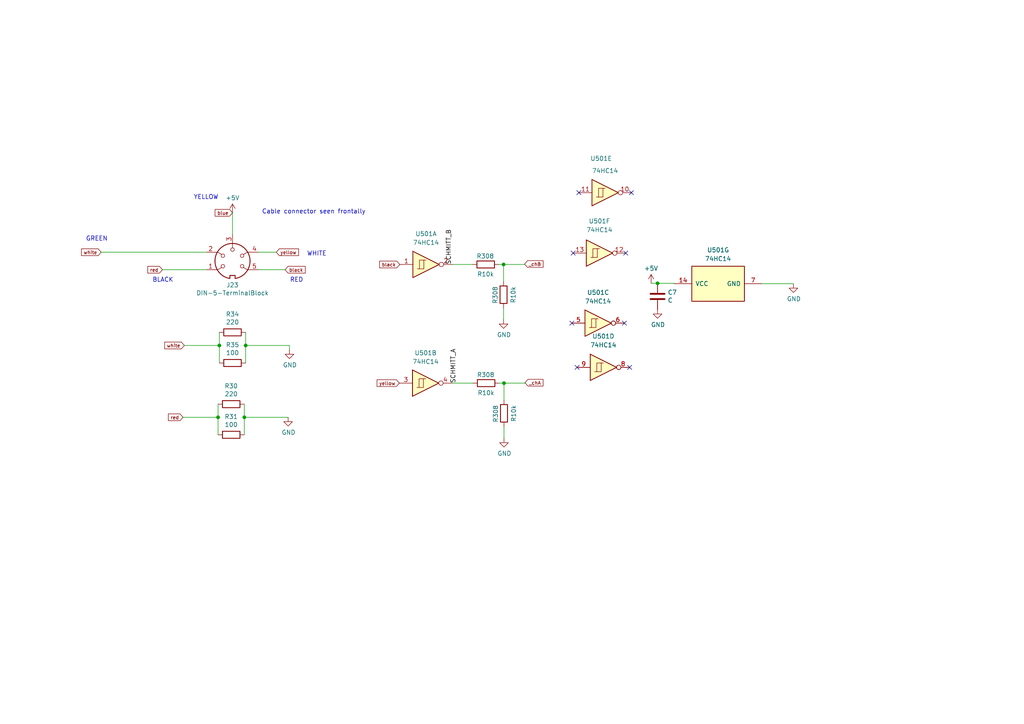
<source format=kicad_sch>
(kicad_sch (version 20230121) (generator eeschema)
  (paper "A4")
  (lib_symbols
    (symbol "74xx:74HC14" (pin_names (offset 1.016))
      (property "Reference" "U" (at 0 1.27 0))
      (property "Value" "74HC14" (at 0 -1.27 0))
      (symbol "74HC14_1_0"
        (polyline (pts (xy -3.81 3.81) (xy -3.81 -3.81) (xy 3.81 0) (xy -3.81 3.81)) (stroke (width 0.254)) (fill (type background)))
        (pin input line (at -7.62 0 0) (length 3.81) (name "~") (number "1"))
        (pin output inverted (at 7.62 0 180) (length 3.81) (name "~") (number "2"))
      )
      (symbol "74HC14_1_1"
        (polyline (pts (xy -1.905 -1.27) (xy -1.905 1.27) (xy -0.635 1.27)))
        (polyline (pts (xy -2.54 -1.27) (xy -0.635 -1.27) (xy -0.635 1.27) (xy 0 1.27)))
      )
      (symbol "74HC14_2_0"
        (polyline (pts (xy -3.81 3.81) (xy -3.81 -3.81) (xy 3.81 0) (xy -3.81 3.81)) (stroke (width 0.254)) (fill (type background)))
        (pin input line (at -7.62 0 0) (length 3.81) (name "~") (number "3"))
        (pin output inverted (at 7.62 0 180) (length 3.81) (name "~") (number "4"))
      )
      (symbol "74HC14_2_1"
        (polyline (pts (xy -1.905 -1.27) (xy -1.905 1.27) (xy -0.635 1.27)))
        (polyline (pts (xy -2.54 -1.27) (xy -0.635 -1.27) (xy -0.635 1.27) (xy 0 1.27)))
      )
      (symbol "74HC14_3_0"
        (polyline (pts (xy -3.81 3.81) (xy -3.81 -3.81) (xy 3.81 0) (xy -3.81 3.81)) (stroke (width 0.254)) (fill (type background)))
        (pin input line (at -7.62 0 0) (length 3.81) (name "~") (number "5"))
        (pin output inverted (at 7.62 0 180) (length 3.81) (name "~") (number "6"))
      )
      (symbol "74HC14_3_1"
        (polyline (pts (xy -1.905 -1.27) (xy -1.905 1.27) (xy -0.635 1.27)))
        (polyline (pts (xy -2.54 -1.27) (xy -0.635 -1.27) (xy -0.635 1.27) (xy 0 1.27)))
      )
      (symbol "74HC14_4_0"
        (polyline (pts (xy -3.81 3.81) (xy -3.81 -3.81) (xy 3.81 0) (xy -3.81 3.81)) (stroke (width 0.254)) (fill (type background)))
        (pin output inverted (at 7.62 0 180) (length 3.81) (name "~") (number "8"))
        (pin input line (at -7.62 0 0) (length 3.81) (name "~") (number "9"))
      )
      (symbol "74HC14_4_1"
        (polyline (pts (xy -1.905 -1.27) (xy -1.905 1.27) (xy -0.635 1.27)))
        (polyline (pts (xy -2.54 -1.27) (xy -0.635 -1.27) (xy -0.635 1.27) (xy 0 1.27)))
      )
      (symbol "74HC14_5_0"
        (polyline (pts (xy -3.81 3.81) (xy -3.81 -3.81) (xy 3.81 0) (xy -3.81 3.81)) (stroke (width 0.254)) (fill (type background)))
        (pin output inverted (at 7.62 0 180) (length 3.81) (name "~") (number "10"))
        (pin input line (at -7.62 0 0) (length 3.81) (name "~") (number "11"))
      )
      (symbol "74HC14_5_1"
        (polyline (pts (xy -1.905 -1.27) (xy -1.905 1.27) (xy -0.635 1.27)))
        (polyline (pts (xy -2.54 -1.27) (xy -0.635 -1.27) (xy -0.635 1.27) (xy 0 1.27)))
      )
      (symbol "74HC14_6_0"
        (polyline (pts (xy -3.81 3.81) (xy -3.81 -3.81) (xy 3.81 0) (xy -3.81 3.81)) (stroke (width 0.254)) (fill (type background)))
        (pin output inverted (at 7.62 0 180) (length 3.81) (name "~") (number "12"))
        (pin input line (at -7.62 0 0) (length 3.81) (name "~") (number "13"))
      )
      (symbol "74HC14_6_1"
        (polyline (pts (xy -1.905 -1.27) (xy -1.905 1.27) (xy -0.635 1.27)))
        (polyline (pts (xy -2.54 -1.27) (xy -0.635 -1.27) (xy -0.635 1.27) (xy 0 1.27)))
      )
      (symbol "74HC14_7_0"
        (pin power_in line (at 0 12.7 270) (length 5.08) (name "VCC") (number "14"))
        (pin power_in line (at 0 -12.7 90) (length 5.08) (name "GND") (number "7"))
      )
      (symbol "74HC14_7_1"
        (rectangle (start -5.08 7.62) (end 5.08 -7.62) (stroke (width 0.254)) (fill (type background)))
      )
    )
    (symbol "Device:C" (pin_numbers hide) (pin_names (offset 0.254))
      (property "Reference" "C" (at 0.635 2.54 0))
      (property "Value" "C" (at 0.635 -2.54 0))
      (symbol "C_0_1"
        (polyline (pts (xy -2.032 -0.762) (xy 2.032 -0.762)) (stroke (width 0.508)))
        (polyline (pts (xy -2.032 0.762) (xy 2.032 0.762)) (stroke (width 0.508)))
      )
      (symbol "C_1_1"
        (pin passive line (at 0 3.81 270) (length 2.794) (name "~") (number "1"))
        (pin passive line (at 0 -3.81 90) (length 2.794) (name "~") (number "2"))
      )
    )
    (symbol "Device:R" (pin_numbers hide) (pin_names (offset 0))
      (property "Reference" "R" (at 2.032 0 90))
      (property "Value" "R" (at 0 0 90))
      (symbol "R_0_1"
        (rectangle (start -1.016 -2.54) (end 1.016 2.54) (stroke (width 0.254)))
      )
      (symbol "R_1_1"
        (pin passive line (at 0 3.81 270) (length 1.27) (name "~") (number "1"))
        (pin passive line (at 0 -3.81 90) (length 1.27) (name "~") (number "2"))
      )
    )
    (symbol "menelaos-v2-rescue:DIN-5-TerminalBlock-knownParts" (pin_names (offset 1.016))
      (property "Reference" "J" (at 3.175 5.715 0))
      (property "Value" "knownParts_DIN-5-TerminalBlock" (at 0 -6.35 0))
      (symbol "DIN-5-TerminalBlock-knownParts_0_1"
        (arc (start -5.08 0) (mid -3.8609 -3.3364) (end -0.762 -5.08) (stroke (width 0.254)))
        (circle (center -2.794 -1.524) (radius 0.508))
        (circle (center -2.794 1.524) (radius 0.508))
        (polyline (pts (xy 0 5.08) (xy 0 3.81)))
        (polyline (pts (xy -5.08 -2.54) (xy -4.318 -2.54) (xy -3.175 -1.905)))
        (polyline (pts (xy -5.08 2.54) (xy -4.318 2.54) (xy -3.175 1.905)))
        (polyline (pts (xy 5.08 -2.54) (xy 4.318 -2.54) (xy 3.175 -1.905)))
        (polyline (pts (xy 5.08 2.54) (xy 4.318 2.54) (xy 3.175 1.905)))
        (polyline (pts (xy -0.762 -4.953) (xy -0.762 -4.191) (xy 0.762 -4.191) (xy 0.762 -4.953)) (stroke (width 0.254)))
        (circle (center 0 3.302) (radius 0.508))
        (arc (start 0.762 -5.08) (mid 3.8685 -3.343) (end 5.08 0) (stroke (width 0.254)))
        (circle (center 2.794 -1.524) (radius 0.508))
        (circle (center 2.794 1.524) (radius 0.508))
        (arc (start 5.08 0) (mid 0 5.0579) (end -5.08 0) (stroke (width 0.254)))
      )
      (symbol "DIN-5-TerminalBlock-knownParts_1_1"
        (pin passive line (at -7.62 -2.54 0) (length 2.54) (name "~") (number "1"))
        (pin passive line (at -7.62 2.54 0) (length 2.54) (name "~") (number "2"))
        (pin passive line (at 0 7.62 270) (length 2.54) (name "~") (number "3"))
        (pin passive line (at 7.62 2.54 180) (length 2.54) (name "~") (number "4"))
        (pin passive line (at 7.62 -2.54 180) (length 2.54) (name "~") (number "5"))
      )
    )
    (symbol "power:+5V" (power) (pin_names (offset 0))
      (property "Value" "+5V" (at 0 3.556 0))
      (symbol "+5V_0_1"
        (polyline (pts (xy -0.762 1.27) (xy 0 2.54)))
        (polyline (pts (xy 0 0) (xy 0 2.54)))
        (polyline (pts (xy 0 2.54) (xy 0.762 1.27)))
      )
      (symbol "+5V_1_1"
        (pin power_in line (at 0 0 90) (length 0) hide (name "+5V") (number "1"))
      )
    )
    (symbol "power:GND" (power) (pin_names (offset 0))
      (property "Value" "GND" (at 0 -3.81 0))
      (symbol "GND_0_1"
        (polyline (pts (xy 0 0) (xy 0 -1.27) (xy 1.27 -1.27) (xy 0 -2.54) (xy -1.27 -1.27) (xy 0 -1.27)))
      )
      (symbol "GND_1_1"
        (pin power_in line (at 0 0 270) (length 0) hide (name "GND") (number "1"))
      )
    )
  )
  (junction (at 190.7182 82.169))
  (junction (at 146.177 111.125))
  (junction (at 63.627 100.203))
  (junction (at 63.246 121.031))
  (junction (at 70.866 121.031))
  (junction (at 71.247 100.203))
  (junction (at 146.05 76.708))
  (no_connect (at 166.243 73.406))
  (no_connect (at 167.894 55.88))
  (no_connect (at 182.626 106.553))
  (no_connect (at 181.102 93.726))
  (no_connect (at 165.862 93.726))
  (no_connect (at 167.386 106.553))
  (no_connect (at 181.483 73.406))
  (no_connect (at 183.134 55.88))
  (wire (pts (xy 83.947 100.203) (xy 83.947 101.473)))
  (wire (pts (xy 71.247 105.283) (xy 71.247 100.203)))
  (wire (pts (xy 144.8031 111.125) (xy 146.177 111.125)))
  (wire (pts (xy 70.866 121.031) (xy 70.866 117.221)))
  (wire (pts (xy 53.467 100.203) (xy 63.627 100.203)))
  (wire (pts (xy 131.064 111.125) (xy 137.1831 111.125)))
  (wire (pts (xy 190.7182 82.169) (xy 195.58 82.169)))
  (wire (pts (xy 70.866 126.111) (xy 70.866 121.031)))
  (wire (pts (xy 29.337 73.152) (xy 59.817 73.152)))
  (wire (pts (xy 131.191 76.708) (xy 137.0561 76.708)))
  (wire (pts (xy 144.6761 76.708) (xy 146.05 76.708)))
  (wire (pts (xy 146.177 111.125) (xy 152.273 111.125)))
  (wire (pts (xy 188.849 82.169) (xy 190.7182 82.169)))
  (wire (pts (xy 146.05 89.281) (xy 146.05 92.71)))
  (wire (pts (xy 63.627 100.203) (xy 63.627 105.283)))
  (wire (pts (xy 63.246 121.031) (xy 63.246 126.111)))
  (wire (pts (xy 152.146 76.708) (xy 152.146 76.581)))
  (wire (pts (xy 146.05 81.661) (xy 146.05 76.708)))
  (wire (pts (xy 47.117 78.232) (xy 59.817 78.232)))
  (wire (pts (xy 146.177 116.078) (xy 146.177 111.125)))
  (wire (pts (xy 71.247 100.203) (xy 71.247 96.393)))
  (wire (pts (xy 80.137 73.152) (xy 75.057 73.152)))
  (wire (pts (xy 152.273 111.125) (xy 152.273 110.998)))
  (wire (pts (xy 67.437 61.722) (xy 67.437 68.072)))
  (wire (pts (xy 53.086 121.031) (xy 63.246 121.031)))
  (wire (pts (xy 146.177 123.698) (xy 146.177 127.127)))
  (wire (pts (xy 195.58 82.169) (xy 195.58 82.296)))
  (wire (pts (xy 63.246 117.221) (xy 63.246 121.031)))
  (wire (pts (xy 75.057 78.232) (xy 82.677 78.232)))
  (wire (pts (xy 146.05 76.708) (xy 152.146 76.708)))
  (wire (pts (xy 63.627 96.393) (xy 63.627 100.203)))
  (wire (pts (xy 220.98 82.296) (xy 230.124 82.296)))
  (wire (pts (xy 71.247 100.203) (xy 83.947 100.203)))
  (wire (pts (xy 70.866 121.031) (xy 83.566 121.031)))
  (text "BLACK" (at 44.196 82.042 0) (effects (font (size 1.27 1.27)) (justify left bottom)))
  (text "WHITE" (at 89.027 74.422 0) (effects (font (size 1.27 1.27)) (justify left bottom)))
  (text "Cable connector seen frontally" (at 75.946 62.23 0) (effects (font (size 1.27 1.27)) (justify left bottom)))
  (text "YELLOW" (at 56.134 58.039 0) (effects (font (size 1.27 1.27)) (justify left bottom)))
  (text "GREEN" (at 24.892 70.104 0) (effects (font (size 1.27 1.27)) (justify left bottom)))
  (text "RED" (at 84.074 82.042 0) (effects (font (size 1.27 1.27)) (justify left bottom)))
  (label "SCHMITT_A" (at 132.4948 111.125 90))
  (label "SCHMITT_B" (at 131.191 76.708 90))
  (global_label "yellow" (shape input) (at 115.824 111.125 180) (effects (font (size 0.9906 0.9906))) (property "Intersheetrefs" "${INTERSHEET_REFS}" (effects hide)))
  (global_label "_chA" (shape input) (at 152.273 110.998 0) (effects (font (size 0.9906 0.9906))) (property "Intersheetrefs" "${INTERSHEET_REFS}" (effects hide)))
  (global_label "yellow" (shape input) (at 80.137 73.152 0) (effects (font (size 0.9906 0.9906))) (property "Intersheetrefs" "${INTERSHEET_REFS}" (effects hide)))
  (global_label "white" (shape input) (at 53.467 100.203 180) (effects (font (size 0.9906 0.9906))) (property "Intersheetrefs" "${INTERSHEET_REFS}" (effects hide)))
  (global_label "black" (shape input) (at 115.951 76.708 180) (effects (font (size 0.9906 0.9906))) (property "Intersheetrefs" "${INTERSHEET_REFS}" (effects hide)))
  (global_label "red" (shape input) (at 47.117 78.232 180) (effects (font (size 0.9906 0.9906))) (property "Intersheetrefs" "${INTERSHEET_REFS}" (effects hide)))
  (global_label "white" (shape input) (at 29.337 73.152 180) (effects (font (size 0.9906 0.9906))) (property "Intersheetrefs" "${INTERSHEET_REFS}" (effects hide)))
  (global_label "_chB" (shape input) (at 152.146 76.581 0) (effects (font (size 0.9906 0.9906))) (property "Intersheetrefs" "${INTERSHEET_REFS}" (effects hide)))
  (global_label "black" (shape input) (at 82.677 78.232 0) (effects (font (size 0.9906 0.9906))) (property "Intersheetrefs" "${INTERSHEET_REFS}" (effects hide)))
  (global_label "red" (shape input) (at 53.086 121.031 180) (effects (font (size 0.9906 0.9906))) (property "Intersheetrefs" "${INTERSHEET_REFS}" (effects hide)))
  (global_label "blue" (shape input) (at 67.437 61.722 180) (effects (font (size 0.9906 0.9906))) (property "Intersheetrefs" "${INTERSHEET_REFS}" (effects hide)))
  (symbol (lib_id "power:GND") (at 83.947 101.473 0) (unit 1)
    (property "Reference" "#PWR0503" (effects hide))
    (property "Value" "GND" (at 84.074 105.8672 0))
    (instances (project "menelaos-rev-4" (path "" (reference "#PWR0503") (unit 1))) (project "menelaos-v2" (path "" (reference "#PWR0153") (unit 1))))
  )
  (symbol (lib_id "power:+5V") (at 188.849 82.169 0) (unit 1)
    (property "Reference" "#PWR022" (effects hide))
    (property "Value" "+5V" (at 188.849 77.851 0))
    (instances (project "menelaos-rev-4" (path "" (reference "#PWR022") (unit 1)) (path "" (reference "#PWR0506") (unit 1))))
  )
  (symbol (lib_id "Device:R") (at 146.05 85.471 180) (unit 1)
    (property "Reference" "R308" (at 143.637 85.5828 90))
    (property "Value" "R10k" (at 148.8694 85.4964 90))
    (property "Footprint" "Resistor_SMD:R_1206_3216Metric_Pad1.30x1.75mm_HandSolder" (effects hide))
    (property "Digi-Key_PN" "TNP10.0KACCT-ND" (effects hide))
    (property "Manufacturer_PN" "TNPW120610K0BEEA" (effects hide))
    (instances (project "menelaos-rev-4" (path "" (reference "R308") (unit 1)) (path "" (reference "R507") (unit 1))) (project "OpenCelluloid" (path "" (reference "R308") (unit 1))))
  )
  (symbol (lib_id "Device:R") (at 67.437 105.283 270) (unit 1)
    (property "Reference" "R35" (at 67.437 100.0252 90))
    (property "Value" "100" (at 67.437 102.3366 90))
    (property "Footprint" "Resistor_SMD:R_1206_3216Metric" (effects hide))
    (instances (project "menelaos-rev-4" (path "" (reference "R35") (unit 1)) (path "" (reference "R504") (unit 1))) (project "menelaos-v2" (path "" (reference "R35") (unit 1))))
  )
  (symbol (lib_id "74xx:74HC14") (at 175.514 55.88 0) (unit 5)
    (property "Reference" "U501" (at 174.371 45.974 0))
    (property "Value" "74HC14" (at 175.514 49.53 0))
    (property "Footprint" "Package_SO:SOIC-14_3.9x8.7mm_P1.27mm" (effects hide))
    (property "Datasheet" "http://www.ti.com/lit/gpn/sn74HC14" (effects hide))
  )
  (symbol (lib_id "Device:R") (at 67.437 96.393 270) (unit 1)
    (property "Reference" "R34" (at 67.437 91.1352 90))
    (property "Value" "220" (at 67.437 93.4466 90))
    (property "Footprint" "Resistor_SMD:R_1206_3216Metric" (effects hide))
    (instances (project "menelaos-rev-4" (path "" (reference "R34") (unit 1)) (path "" (reference "R503") (unit 1))) (project "menelaos-v2" (path "" (reference "R34") (unit 1))))
  )
  (symbol (lib_id "power:GND") (at 83.566 121.031 0) (unit 1)
    (property "Reference" "#PWR0502" (effects hide))
    (property "Value" "GND" (at 83.693 125.4252 0))
    (instances (project "menelaos-rev-4" (path "" (reference "#PWR0502") (unit 1))) (project "menelaos-v2" (path "" (reference "#PWR0154") (unit 1))))
  )
  (symbol (lib_id "74xx:74HC14") (at 208.28 82.296 90) (unit 7)
    (property "Reference" "U501" (at 208.28 72.517 90))
    (property "Value" "74HC14" (at 208.28 75.057 90))
    (property "Footprint" "Package_SO:SOIC-14_3.9x8.7mm_P1.27mm" (effects hide))
    (property "Datasheet" "http://www.ti.com/lit/gpn/sn74HC14" (effects hide))
  )
  (symbol (lib_id "Device:R") (at 146.177 119.888 180) (unit 1)
    (property "Reference" "R308" (at 143.764 119.9998 90))
    (property "Value" "R10k" (at 148.9964 119.9134 90))
    (property "Footprint" "Resistor_SMD:R_1206_3216Metric_Pad1.30x1.75mm_HandSolder" (effects hide))
    (property "Digi-Key_PN" "TNP10.0KACCT-ND" (effects hide))
    (property "Manufacturer_PN" "TNPW120610K0BEEA" (effects hide))
    (instances (project "menelaos-rev-4" (path "" (reference "R308") (unit 1)) (path "" (reference "R508") (unit 1))) (project "OpenCelluloid" (path "" (reference "R308") (unit 1))))
  )
  (symbol (lib_id "power:GND") (at 146.177 127.127 0) (unit 1)
    (property "Reference" "#PWR0505" (effects hide))
    (property "Value" "GND" (at 146.304 131.5212 0))
    (instances (project "menelaos-rev-4" (path "" (reference "#PWR0505") (unit 1))) (project "menelaos-v2" (path "" (reference "#PWR012") (unit 1))))
  )
  (symbol (lib_id "Device:C") (at 190.7182 85.979 0) (unit 1)
    (property "Reference" "C7" (at 193.6392 84.8106 0) (effects (justify left)))
    (property "Value" "C" (at 193.6392 87.122 0) (effects (justify left)))
    (property "Footprint" "Capacitor_SMD:C_0805_2012Metric_Pad1.18x1.45mm_HandSolder" (effects hide))
    (instances (project "menelaos-rev-4" (path "" (reference "C7") (unit 1)) (path "" (reference "C405") (unit 1)) (path "" (reference "C501") (unit 1))) (project "menelaos-v2" (path "" (reference "C7") (unit 1))))
  )
  (symbol (lib_id "menelaos-v2-rescue:DIN-5-TerminalBlock-knownParts") (at 67.437 75.692 0) (unit 1)
    (property "Reference" "J23" (at 67.437 82.677 0))
    (property "Value" "DIN-5-TerminalBlock" (at 67.437 84.9884 0))
    (property "Footprint" "TerminalBlock_WAGO:TerminalBlock_WAGO_236-405_1x05_P5.00mm_45Degree" (effects hide))
    (property "Datasheet" "http://www.mouser.com/ds/2/18/40_c091_abd_e-75918.pdf" (effects hide))
    (instances (project "menelaos-rev-4" (path "" (reference "J23") (unit 1)) (path "" (reference "J501") (unit 1))) (project "menelaos-v2" (path "" (reference "J23") (unit 1))))
  )
  (symbol (lib_id "74xx:74HC14") (at 175.006 106.553 0) (unit 4)
    (property "Reference" "U501" (at 175.006 97.536 0))
    (property "Value" "74HC14" (at 175.006 100.076 0))
    (property "Footprint" "Package_SO:SOIC-14_3.9x8.7mm_P1.27mm" (effects hide))
    (property "Datasheet" "http://www.ti.com/lit/gpn/sn74HC14" (effects hide))
  )
  (symbol (lib_id "74xx:74HC14") (at 173.482 93.726 0) (unit 3)
    (property "Reference" "U501" (at 173.482 84.836 0))
    (property "Value" "74HC14" (at 173.482 87.376 0))
    (property "Footprint" "Package_SO:SOIC-14_3.9x8.7mm_P1.27mm" (effects hide))
    (property "Datasheet" "http://www.ti.com/lit/gpn/sn74HC14" (effects hide))
  )
  (symbol (lib_id "74xx:74HC14") (at 173.863 73.406 0) (unit 6)
    (property "Reference" "U501" (at 173.863 64.135 0))
    (property "Value" "74HC14" (at 173.863 66.675 0))
    (property "Footprint" "Package_SO:SOIC-14_3.9x8.7mm_P1.27mm" (effects hide))
    (property "Datasheet" "http://www.ti.com/lit/gpn/sn74HC14" (effects hide))
  )
  (symbol (lib_id "74xx:74HC14") (at 123.444 111.125 0) (unit 2)
    (property "Reference" "U501" (at 123.444 102.362 0))
    (property "Value" "74HC14" (at 123.444 104.902 0))
    (property "Footprint" "Package_SO:SOIC-14_3.9x8.7mm_P1.27mm" (effects hide))
    (property "Datasheet" "http://www.ti.com/lit/gpn/sn74HC14" (effects hide))
  )
  (symbol (lib_id "Device:R") (at 140.8661 76.708 90) (unit 1)
    (property "Reference" "R308" (at 140.7543 74.295 90))
    (property "Value" "R10k" (at 140.8407 79.5274 90))
    (property "Footprint" "Resistor_SMD:R_1206_3216Metric_Pad1.30x1.75mm_HandSolder" (effects hide))
    (property "Digi-Key_PN" "TNP10.0KACCT-ND" (effects hide))
    (property "Manufacturer_PN" "TNPW120610K0BEEA" (effects hide))
    (instances (project "menelaos-rev-4" (path "" (reference "R308") (unit 1)) (path "" (reference "R505") (unit 1))) (project "OpenCelluloid" (path "" (reference "R308") (unit 1))))
  )
  (symbol (lib_id "Device:R") (at 67.056 126.111 270) (unit 1)
    (property "Reference" "R31" (at 67.056 120.8532 90))
    (property "Value" "100" (at 67.056 123.1646 90))
    (property "Footprint" "Resistor_SMD:R_1206_3216Metric" (effects hide))
    (instances (project "menelaos-rev-4" (path "" (reference "R31") (unit 1)) (path "" (reference "R502") (unit 1))) (project "menelaos-v2" (path "" (reference "R31") (unit 1))))
  )
  (symbol (lib_id "Device:R") (at 140.9931 111.125 90) (unit 1)
    (property "Reference" "R308" (at 140.8813 108.712 90))
    (property "Value" "R10k" (at 140.9677 113.9444 90))
    (property "Footprint" "Resistor_SMD:R_1206_3216Metric_Pad1.30x1.75mm_HandSolder" (effects hide))
    (property "Digi-Key_PN" "TNP10.0KACCT-ND" (effects hide))
    (property "Manufacturer_PN" "TNPW120610K0BEEA" (effects hide))
    (instances (project "menelaos-rev-4" (path "" (reference "R308") (unit 1)) (path "" (reference "R506") (unit 1))) (project "OpenCelluloid" (path "" (reference "R308") (unit 1))))
  )
  (symbol (lib_id "power:GND") (at 190.7182 89.789 0) (unit 1)
    (property "Reference" "#PWR0507" (effects hide))
    (property "Value" "GND" (at 190.8452 94.1832 0))
    (instances (project "menelaos-rev-4" (path "" (reference "#PWR0507") (unit 1))) (project "menelaos-v2" (path "" (reference "#PWR012") (unit 1))))
  )
  (symbol (lib_id "power:GND") (at 230.124 82.296 0) (unit 1)
    (property "Reference" "#PWR0508" (effects hide))
    (property "Value" "GND" (at 230.251 86.6902 0))
    (instances (project "menelaos-rev-4" (path "" (reference "#PWR0508") (unit 1))) (project "menelaos-v2" (path "" (reference "#PWR012") (unit 1))))
  )
  (symbol (lib_id "Device:R") (at 67.056 117.221 270) (unit 1)
    (property "Reference" "R30" (at 67.056 111.9632 90))
    (property "Value" "220" (at 67.056 114.2746 90))
    (property "Footprint" "Resistor_SMD:R_1206_3216Metric" (effects hide))
    (instances (project "menelaos-rev-4" (path "" (reference "R30") (unit 1)) (path "" (reference "R501") (unit 1))) (project "menelaos-v2" (path "" (reference "R30") (unit 1))))
  )
  (symbol (lib_id "power:+5V") (at 67.437 61.722 0) (unit 1)
    (property "Reference" "#PWR022" (effects hide))
    (property "Value" "+5V" (at 67.437 57.404 0))
    (instances (project "menelaos-rev-4" (path "" (reference "#PWR022") (unit 1)) (path "" (reference "#PWR0501") (unit 1))))
  )
  (symbol (lib_id "power:GND") (at 146.05 92.71 0) (unit 1)
    (property "Reference" "#PWR0504" (effects hide))
    (property "Value" "GND" (at 146.177 97.1042 0))
    (instances (project "menelaos-rev-4" (path "" (reference "#PWR0504") (unit 1))) (project "menelaos-v2" (path "" (reference "#PWR012") (unit 1))))
  )
  (symbol (lib_id "74xx:74HC14") (at 123.571 76.708 0) (unit 1)
    (property "Reference" "U501" (at 123.571 67.818 0))
    (property "Value" "74HC14" (at 123.571 70.358 0))
    (property "Footprint" "Package_SO:SOIC-14_3.9x8.7mm_P1.27mm" (effects hide))
    (property "Datasheet" "http://www.ti.com/lit/gpn/sn74HC14" (effects hide))
  )
)
</source>
